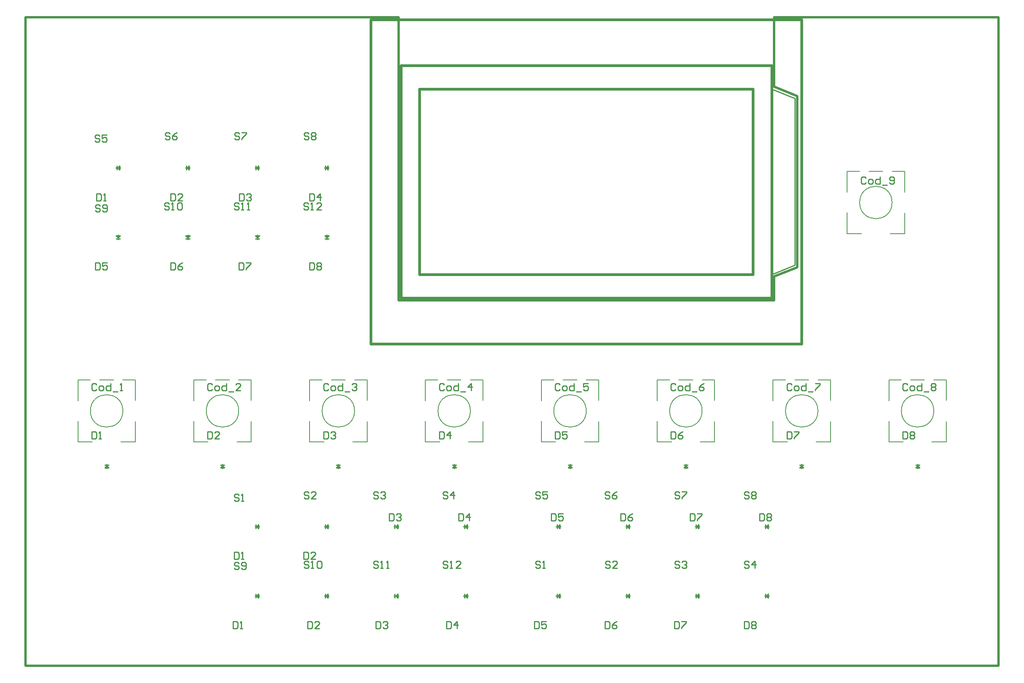
<source format=gto>
%FSLAX25Y25*%
%MOIN*%
G70*
G01*
G75*
%ADD10C,0.01181*%
%ADD11C,0.03937*%
%ADD12C,0.01575*%
%ADD13C,0.00787*%
%ADD14C,0.02756*%
%ADD15C,0.02953*%
%ADD16C,0.01000*%
%ADD17C,0.01969*%
%ADD18C,0.03937*%
%ADD19C,0.01575*%
%ADD20C,0.11811*%
%ADD21C,0.15748*%
%ADD22C,0.06299*%
%ADD23C,0.04724*%
%ADD24C,0.05906*%
%ADD25R,0.05906X0.05906*%
%ADD26C,0.07874*%
%ADD27R,0.11024X0.14173*%
%ADD28C,0.02756*%
%ADD29R,0.06693X0.04921*%
%ADD30R,0.04803X0.03583*%
%ADD31R,0.03583X0.04803*%
%ADD32R,0.06575X0.06496*%
%ADD33R,0.06496X0.06575*%
%ADD34R,0.13386X0.06890*%
%ADD35R,0.06890X0.13386*%
%ADD36R,0.04921X0.06693*%
%ADD37R,0.07874X0.02362*%
%ADD38O,0.07874X0.02362*%
%ADD39R,0.07874X0.21654*%
%ADD40R,0.02756X0.09843*%
%ADD41R,0.02559X0.13780*%
%ADD42R,0.04331X0.14921*%
%ADD43R,0.10630X0.11811*%
%ADD44R,0.03937X0.01181*%
%ADD45O,0.03937X0.01181*%
%ADD46R,0.06299X0.06299*%
%ADD47R,0.04331X0.06299*%
%ADD48O,0.02362X0.07874*%
%ADD49R,0.02362X0.07874*%
%ADD50R,0.06299X0.12598*%
%ADD51R,0.33465X0.41732*%
%ADD52R,0.13386X0.03937*%
%ADD53C,0.02362*%
D13*
X82677Y216536D02*
G03*
X82677Y216536I-13780J0D01*
G01*
X181102D02*
G03*
X181102Y216536I-13780J0D01*
G01*
X279528D02*
G03*
X279528Y216536I-13780J0D01*
G01*
X377953D02*
G03*
X377953Y216536I-13780J0D01*
G01*
X476378D02*
G03*
X476378Y216536I-13780J0D01*
G01*
X574803D02*
G03*
X574803Y216536I-13780J0D01*
G01*
X673228D02*
G03*
X673228Y216536I-13780J0D01*
G01*
X771654D02*
G03*
X771654Y216536I-13780J0D01*
G01*
X736221Y393701D02*
G03*
X736221Y393701I-13780J0D01*
G01*
X62992Y242914D02*
X74803D01*
X93307Y190158D02*
Y207677D01*
X81102Y190158D02*
X93307D01*
Y225394D02*
Y242914D01*
X82677D02*
X93307D01*
X44488D02*
X55118D01*
X44488Y225295D02*
Y242914D01*
Y190158D02*
X56693D01*
X44488D02*
Y207874D01*
X161417Y242914D02*
X173228D01*
X191732Y190158D02*
Y207677D01*
X179528Y190158D02*
X191732D01*
Y225394D02*
Y242914D01*
X181102D02*
X191732D01*
X142913D02*
X153543D01*
X142913Y225295D02*
Y242914D01*
Y190158D02*
X155118D01*
X142913D02*
Y207874D01*
X259843Y242914D02*
X271654D01*
X290158Y190158D02*
Y207677D01*
X277953Y190158D02*
X290158D01*
Y225394D02*
Y242914D01*
X279528D02*
X290158D01*
X241339D02*
X251969D01*
X241339Y225295D02*
Y242914D01*
Y190158D02*
X253543D01*
X241339D02*
Y207874D01*
X358268Y242914D02*
X370079D01*
X388583Y190158D02*
Y207677D01*
X376378Y190158D02*
X388583D01*
Y225394D02*
Y242914D01*
X377953D02*
X388583D01*
X339764D02*
X350394D01*
X339764Y225295D02*
Y242914D01*
Y190158D02*
X351969D01*
X339764D02*
Y207874D01*
X456693Y242914D02*
X468504D01*
X487008Y190158D02*
Y207677D01*
X474803Y190158D02*
X487008D01*
Y225394D02*
Y242914D01*
X476378D02*
X487008D01*
X438189D02*
X448819D01*
X438189Y225295D02*
Y242914D01*
Y190158D02*
X450394D01*
X438189D02*
Y207874D01*
X555118Y242914D02*
X566929D01*
X585433Y190158D02*
Y207677D01*
X573228Y190158D02*
X585433D01*
Y225394D02*
Y242914D01*
X574803D02*
X585433D01*
X536614D02*
X547244D01*
X536614Y225295D02*
Y242914D01*
Y190158D02*
X548819D01*
X536614D02*
Y207874D01*
X653543Y242914D02*
X665354D01*
X683858Y190158D02*
Y207677D01*
X671654Y190158D02*
X683858D01*
Y225394D02*
Y242914D01*
X673228D02*
X683858D01*
X635039D02*
X645669D01*
X635039Y225295D02*
Y242914D01*
Y190158D02*
X647244D01*
X635039D02*
Y207874D01*
X751969Y242914D02*
X763780D01*
X782283Y190158D02*
Y207677D01*
X770079Y190158D02*
X782283D01*
Y225394D02*
Y242914D01*
X771654D02*
X782283D01*
X733465D02*
X744095D01*
X733465Y225295D02*
Y242914D01*
Y190158D02*
X745669D01*
X733465D02*
Y207874D01*
X716536Y420079D02*
X728346D01*
X746850Y367323D02*
Y384843D01*
X734646Y367323D02*
X746850D01*
Y402559D02*
Y420079D01*
X736221D02*
X746850D01*
X698032D02*
X708662D01*
X698032Y402461D02*
Y420079D01*
Y367323D02*
X710236D01*
X698032D02*
Y385040D01*
D16*
X756201Y168110D02*
X757874Y169784D01*
X756201Y168110D02*
X759547D01*
X757874Y169784D02*
X759547Y168110D01*
X757874Y167421D02*
Y171260D01*
X756201Y170473D02*
X759547D01*
X255906Y363681D02*
X257579Y365354D01*
X254232D02*
X257579D01*
X254232D02*
X255906Y363681D01*
Y362205D02*
Y366043D01*
X254232Y362992D02*
X257579D01*
X629429Y59055D02*
X631102Y57382D01*
Y60729D01*
X629429Y59055D02*
X631102Y60729D01*
X627953Y59055D02*
X631791D01*
X628740Y57382D02*
Y60729D01*
X629429Y118110D02*
X631102Y116437D01*
Y119784D01*
X629429Y118110D02*
X631102Y119784D01*
X627953Y118110D02*
X631791D01*
X628740Y116437D02*
Y119784D01*
X657776Y168110D02*
X659449Y169784D01*
X657776Y168110D02*
X661122D01*
X659449Y169784D02*
X661122Y168110D01*
X659449Y167421D02*
Y171260D01*
X657776Y170473D02*
X661122D01*
X196851Y363681D02*
X198524Y365354D01*
X195177D02*
X198524D01*
X195177D02*
X196851Y363681D01*
Y362205D02*
Y366043D01*
X195177Y362992D02*
X198524D01*
X570374Y59055D02*
X572047Y57382D01*
Y60729D01*
X570374Y59055D02*
X572047Y60729D01*
X568898Y59055D02*
X572736D01*
X569685Y57382D02*
Y60729D01*
X570374Y118110D02*
X572047Y116437D01*
Y119784D01*
X570374Y118110D02*
X572047Y119784D01*
X568898Y118110D02*
X572736D01*
X569685Y116437D02*
Y119784D01*
X559350Y168110D02*
X561024Y169784D01*
X559350Y168110D02*
X562697D01*
X561024Y169784D02*
X562697Y168110D01*
X561024Y167421D02*
Y171260D01*
X559350Y170473D02*
X562697D01*
X137795Y363681D02*
X139469Y365354D01*
X136122D02*
X139469D01*
X136122D02*
X137795Y363681D01*
Y362205D02*
Y366043D01*
X136122Y362992D02*
X139469D01*
X511319Y59055D02*
X512992Y57382D01*
Y60729D01*
X511319Y59055D02*
X512992Y60729D01*
X509843Y59055D02*
X513681D01*
X510630Y57382D02*
Y60729D01*
X511319Y118110D02*
X512992Y116437D01*
Y119784D01*
X511319Y118110D02*
X512992Y119784D01*
X509843Y118110D02*
X513681D01*
X510630Y116437D02*
Y119784D01*
X460925Y168110D02*
X462599Y169784D01*
X460925Y168110D02*
X464272D01*
X462599Y169784D02*
X464272Y168110D01*
X462599Y167421D02*
Y171260D01*
X460925Y170473D02*
X464272D01*
X78740Y363681D02*
X80414Y365354D01*
X77067D02*
X80414D01*
X77067D02*
X78740Y363681D01*
Y362205D02*
Y366043D01*
X77067Y362992D02*
X80414D01*
X452264Y59055D02*
X453937Y57382D01*
Y60729D01*
X452264Y59055D02*
X453937Y60729D01*
X450787Y59055D02*
X454626D01*
X451575Y57382D02*
Y60729D01*
X452264Y118110D02*
X453937Y116437D01*
Y119784D01*
X452264Y118110D02*
X453937Y119784D01*
X450787Y118110D02*
X454626D01*
X451575Y116437D02*
Y119784D01*
X362500Y168110D02*
X364173Y169784D01*
X362500Y168110D02*
X365846D01*
X364173Y169784D02*
X365846Y168110D01*
X364173Y167421D02*
Y171260D01*
X362500Y170473D02*
X365846D01*
X255414Y423229D02*
X257087Y421555D01*
Y424902D01*
X255414Y423229D02*
X257087Y424902D01*
X253937Y423229D02*
X257776D01*
X254725Y421555D02*
Y424902D01*
X373524Y59055D02*
X375197Y57382D01*
Y60729D01*
X373524Y59055D02*
X375197Y60729D01*
X372047Y59055D02*
X375886D01*
X372835Y57382D02*
Y60729D01*
X373524Y118110D02*
X375197Y116437D01*
Y119784D01*
X373524Y118110D02*
X375197Y119784D01*
X372047Y118110D02*
X375886D01*
X372835Y116437D02*
Y119784D01*
X264075Y168110D02*
X265748Y169784D01*
X264075Y168110D02*
X267421D01*
X265748Y169784D02*
X267421Y168110D01*
X265748Y167421D02*
Y171260D01*
X264075Y170473D02*
X267421D01*
X196358Y423229D02*
X198032Y421555D01*
Y424902D01*
X196358Y423229D02*
X198032Y424902D01*
X194882Y423229D02*
X198721D01*
X195669Y421555D02*
Y424902D01*
X314469Y59055D02*
X316142Y57382D01*
Y60729D01*
X314469Y59055D02*
X316142Y60729D01*
X312992Y59055D02*
X316831D01*
X313780Y57382D02*
Y60729D01*
X314469Y118110D02*
X316142Y116437D01*
Y119784D01*
X314469Y118110D02*
X316142Y119784D01*
X312992Y118110D02*
X316831D01*
X313780Y116437D02*
Y119784D01*
X165650Y168110D02*
X167323Y169784D01*
X165650Y168110D02*
X168996D01*
X167323Y169784D02*
X168996Y168110D01*
X167323Y167421D02*
Y171260D01*
X165650Y170473D02*
X168996D01*
X137303Y423229D02*
X138976Y421555D01*
Y424902D01*
X137303Y423229D02*
X138976Y424902D01*
X135827Y423229D02*
X139665D01*
X136614Y421555D02*
Y424902D01*
X255414Y59055D02*
X257087Y57382D01*
Y60729D01*
X255414Y59055D02*
X257087Y60729D01*
X253937Y59055D02*
X257776D01*
X254725Y57382D02*
Y60729D01*
X255414Y118110D02*
X257087Y116437D01*
Y119784D01*
X255414Y118110D02*
X257087Y119784D01*
X253937Y118110D02*
X257776D01*
X254725Y116437D02*
Y119784D01*
X67225Y168110D02*
X68898Y169784D01*
X67225Y168110D02*
X70571D01*
X68898Y169784D02*
X70571Y168110D01*
X68898Y167421D02*
Y171260D01*
X67225Y170473D02*
X70571D01*
X78248Y423229D02*
X79921Y421555D01*
Y424902D01*
X78248Y423229D02*
X79921Y424902D01*
X76772Y423229D02*
X80610D01*
X77559Y421555D02*
Y424902D01*
X196358Y59055D02*
X198032Y57382D01*
Y60729D01*
X196358Y59055D02*
X198032Y60729D01*
X194882Y59055D02*
X198721D01*
X195669Y57382D02*
Y60729D01*
X196358Y118110D02*
X198032Y116437D01*
Y119784D01*
X196358Y118110D02*
X198032Y119784D01*
X194882Y118110D02*
X198721D01*
X195669Y116437D02*
Y119784D01*
X633858Y490158D02*
X653543Y482283D01*
X633858Y332677D02*
X653543Y340551D01*
Y482283D01*
X633858Y487106D02*
Y488976D01*
X358733Y87948D02*
X357734Y88948D01*
X355734D01*
X354735Y87948D01*
Y86949D01*
X355734Y85949D01*
X357734D01*
X358733Y84949D01*
Y83950D01*
X357734Y82950D01*
X355734D01*
X354735Y83950D01*
X360733Y82950D02*
X362732D01*
X361733D01*
Y88948D01*
X360733Y87948D01*
X369730Y82950D02*
X365731D01*
X369730Y86949D01*
Y87948D01*
X368730Y88948D01*
X366731D01*
X365731Y87948D01*
X299733D02*
X298734Y88948D01*
X296734D01*
X295735Y87948D01*
Y86949D01*
X296734Y85949D01*
X298734D01*
X299733Y84949D01*
Y83950D01*
X298734Y82950D01*
X296734D01*
X295735Y83950D01*
X301733Y82950D02*
X303732D01*
X302732D01*
Y88948D01*
X301733Y87948D01*
X306731Y82950D02*
X308731D01*
X307731D01*
Y88948D01*
X306731Y87948D01*
X240633D02*
X239634Y88948D01*
X237634D01*
X236635Y87948D01*
Y86949D01*
X237634Y85949D01*
X239634D01*
X240633Y84949D01*
Y83950D01*
X239634Y82950D01*
X237634D01*
X236635Y83950D01*
X242633Y82950D02*
X244632D01*
X243633D01*
Y88948D01*
X242633Y87948D01*
X247631D02*
X248631Y88948D01*
X250630D01*
X251630Y87948D01*
Y83950D01*
X250630Y82950D01*
X248631D01*
X247631Y83950D01*
Y87948D01*
X181426Y86888D02*
X180427Y87888D01*
X178427D01*
X177428Y86888D01*
Y85888D01*
X178427Y84889D01*
X180427D01*
X181426Y83889D01*
Y82889D01*
X180427Y81890D01*
X178427D01*
X177428Y82889D01*
X183426D02*
X184425Y81890D01*
X186425D01*
X187424Y82889D01*
Y86888D01*
X186425Y87888D01*
X184425D01*
X183426Y86888D01*
Y85888D01*
X184425Y84889D01*
X187424D01*
X614633Y87948D02*
X613634Y88948D01*
X611634D01*
X610635Y87948D01*
Y86949D01*
X611634Y85949D01*
X613634D01*
X614633Y84949D01*
Y83950D01*
X613634Y82950D01*
X611634D01*
X610635Y83950D01*
X619632Y82950D02*
Y88948D01*
X616633Y85949D01*
X620632D01*
X555633Y87948D02*
X554634Y88948D01*
X552634D01*
X551635Y87948D01*
Y86949D01*
X552634Y85949D01*
X554634D01*
X555633Y84949D01*
Y83950D01*
X554634Y82950D01*
X552634D01*
X551635Y83950D01*
X557633Y87948D02*
X558633Y88948D01*
X560632D01*
X561631Y87948D01*
Y86949D01*
X560632Y85949D01*
X559632D01*
X560632D01*
X561631Y84949D01*
Y83950D01*
X560632Y82950D01*
X558633D01*
X557633Y83950D01*
X496533Y87948D02*
X495534Y88948D01*
X493534D01*
X492535Y87948D01*
Y86949D01*
X493534Y85949D01*
X495534D01*
X496533Y84949D01*
Y83950D01*
X495534Y82950D01*
X493534D01*
X492535Y83950D01*
X502531Y82950D02*
X498533D01*
X502531Y86949D01*
Y87948D01*
X501532Y88948D01*
X499533D01*
X498533Y87948D01*
X437433D02*
X436434Y88948D01*
X434434D01*
X433435Y87948D01*
Y86949D01*
X434434Y85949D01*
X436434D01*
X437433Y84949D01*
Y83950D01*
X436434Y82950D01*
X434434D01*
X433435Y83950D01*
X439433Y82950D02*
X441432D01*
X440433D01*
Y88948D01*
X439433Y87948D01*
X614633Y146948D02*
X613634Y147948D01*
X611634D01*
X610635Y146948D01*
Y145949D01*
X611634Y144949D01*
X613634D01*
X614633Y143949D01*
Y142949D01*
X613634Y141950D01*
X611634D01*
X610635Y142949D01*
X616633Y146948D02*
X617632Y147948D01*
X619632D01*
X620632Y146948D01*
Y145949D01*
X619632Y144949D01*
X620632Y143949D01*
Y142949D01*
X619632Y141950D01*
X617632D01*
X616633Y142949D01*
Y143949D01*
X617632Y144949D01*
X616633Y145949D01*
Y146948D01*
X617632Y144949D02*
X619632D01*
X555633Y146948D02*
X554634Y147948D01*
X552634D01*
X551635Y146948D01*
Y145949D01*
X552634Y144949D01*
X554634D01*
X555633Y143949D01*
Y142949D01*
X554634Y141950D01*
X552634D01*
X551635Y142949D01*
X557633Y147948D02*
X561631D01*
Y146948D01*
X557633Y142949D01*
Y141950D01*
X496333Y146731D02*
X495334Y147730D01*
X493334D01*
X492335Y146731D01*
Y145731D01*
X493334Y144731D01*
X495334D01*
X496333Y143732D01*
Y142732D01*
X495334Y141732D01*
X493334D01*
X492335Y142732D01*
X502331Y147730D02*
X500332Y146731D01*
X498333Y144731D01*
Y142732D01*
X499333Y141732D01*
X501332D01*
X502331Y142732D01*
Y143732D01*
X501332Y144731D01*
X498333D01*
X437433Y146948D02*
X436434Y147948D01*
X434434D01*
X433435Y146948D01*
Y145949D01*
X434434Y144949D01*
X436434D01*
X437433Y143949D01*
Y142949D01*
X436434Y141950D01*
X434434D01*
X433435Y142949D01*
X443432Y147948D02*
X439433D01*
Y144949D01*
X441432Y145949D01*
X442432D01*
X443432Y144949D01*
Y142949D01*
X442432Y141950D01*
X440433D01*
X439433Y142949D01*
X358584Y146731D02*
X357584Y147730D01*
X355585D01*
X354585Y146731D01*
Y145731D01*
X355585Y144731D01*
X357584D01*
X358584Y143732D01*
Y142732D01*
X357584Y141732D01*
X355585D01*
X354585Y142732D01*
X363582Y141732D02*
Y147730D01*
X360583Y144731D01*
X364582D01*
X299733Y146948D02*
X298734Y147948D01*
X296734D01*
X295735Y146948D01*
Y145949D01*
X296734Y144949D01*
X298734D01*
X299733Y143949D01*
Y142949D01*
X298734Y141950D01*
X296734D01*
X295735Y142949D01*
X301733Y146948D02*
X302732Y147948D01*
X304732D01*
X305732Y146948D01*
Y145949D01*
X304732Y144949D01*
X303732D01*
X304732D01*
X305732Y143949D01*
Y142949D01*
X304732Y141950D01*
X302732D01*
X301733Y142949D01*
X240633Y146948D02*
X239634Y147948D01*
X237634D01*
X236635Y146948D01*
Y145949D01*
X237634Y144949D01*
X239634D01*
X240633Y143949D01*
Y142949D01*
X239634Y141950D01*
X237634D01*
X236635Y142949D01*
X246632Y141950D02*
X242633D01*
X246632Y145949D01*
Y146948D01*
X245632Y147948D01*
X243633D01*
X242633Y146948D01*
X181351Y144762D02*
X180352Y145762D01*
X178352D01*
X177353Y144762D01*
Y143763D01*
X178352Y142763D01*
X180352D01*
X181351Y141763D01*
Y140763D01*
X180352Y139764D01*
X178352D01*
X177353Y140763D01*
X183351Y139764D02*
X185350D01*
X184351D01*
Y145762D01*
X183351Y144762D01*
X240433Y392400D02*
X239434Y393400D01*
X237434D01*
X236435Y392400D01*
Y391400D01*
X237434Y390401D01*
X239434D01*
X240433Y389401D01*
Y388401D01*
X239434Y387402D01*
X237434D01*
X236435Y388401D01*
X242433Y387402D02*
X244432D01*
X243432D01*
Y393400D01*
X242433Y392400D01*
X251430Y387402D02*
X247431D01*
X251430Y391400D01*
Y392400D01*
X250430Y393400D01*
X248431D01*
X247431Y392400D01*
X181433D02*
X180434Y393400D01*
X178434D01*
X177435Y392400D01*
Y391400D01*
X178434Y390401D01*
X180434D01*
X181433Y389401D01*
Y388401D01*
X180434Y387402D01*
X178434D01*
X177435Y388401D01*
X183433Y387402D02*
X185432D01*
X184432D01*
Y393400D01*
X183433Y392400D01*
X188431Y387402D02*
X190430D01*
X189431D01*
Y393400D01*
X188431Y392400D01*
X122109D02*
X121109Y393400D01*
X119110D01*
X118110Y392400D01*
Y391400D01*
X119110Y390401D01*
X121109D01*
X122109Y389401D01*
Y388401D01*
X121109Y387402D01*
X119110D01*
X118110Y388401D01*
X124108Y387402D02*
X126108D01*
X125108D01*
Y393400D01*
X124108Y392400D01*
X129107D02*
X130106Y393400D01*
X132106D01*
X133105Y392400D01*
Y388401D01*
X132106Y387402D01*
X130106D01*
X129107Y388401D01*
Y392400D01*
X63321Y390825D02*
X62321Y391825D01*
X60322D01*
X59322Y390825D01*
Y389826D01*
X60322Y388826D01*
X62321D01*
X63321Y387826D01*
Y386826D01*
X62321Y385827D01*
X60322D01*
X59322Y386826D01*
X65320D02*
X66320Y385827D01*
X68319D01*
X69319Y386826D01*
Y390825D01*
X68319Y391825D01*
X66320D01*
X65320Y390825D01*
Y389826D01*
X66320Y388826D01*
X69319D01*
X240633Y452148D02*
X239634Y453148D01*
X237634D01*
X236635Y452148D01*
Y451149D01*
X237634Y450149D01*
X239634D01*
X240633Y449149D01*
Y448149D01*
X239634Y447150D01*
X237634D01*
X236635Y448149D01*
X242633Y452148D02*
X243633Y453148D01*
X245632D01*
X246632Y452148D01*
Y451149D01*
X245632Y450149D01*
X246632Y449149D01*
Y448149D01*
X245632Y447150D01*
X243633D01*
X242633Y448149D01*
Y449149D01*
X243633Y450149D01*
X242633Y451149D01*
Y452148D01*
X243633Y450149D02*
X245632D01*
X181533Y452148D02*
X180534Y453148D01*
X178534D01*
X177535Y452148D01*
Y451149D01*
X178534Y450149D01*
X180534D01*
X181533Y449149D01*
Y448149D01*
X180534Y447150D01*
X178534D01*
X177535Y448149D01*
X183533Y453148D02*
X187531D01*
Y452148D01*
X183533Y448149D01*
Y447150D01*
X122533Y452148D02*
X121534Y453148D01*
X119534D01*
X118535Y452148D01*
Y451149D01*
X119534Y450149D01*
X121534D01*
X122533Y449149D01*
Y448149D01*
X121534Y447150D01*
X119534D01*
X118535Y448149D01*
X128532Y453148D02*
X126532Y452148D01*
X124533Y450149D01*
Y448149D01*
X125532Y447150D01*
X127532D01*
X128532Y448149D01*
Y449149D01*
X127532Y450149D01*
X124533D01*
X63054Y450274D02*
X62054Y451274D01*
X60055D01*
X59055Y450274D01*
Y449274D01*
X60055Y448275D01*
X62054D01*
X63054Y447275D01*
Y446275D01*
X62054Y445276D01*
X60055D01*
X59055Y446275D01*
X69052Y451274D02*
X65053D01*
Y448275D01*
X67053Y449274D01*
X68052D01*
X69052Y448275D01*
Y446275D01*
X68052Y445276D01*
X66053D01*
X65053Y446275D01*
X60322Y401274D02*
Y395276D01*
X63321D01*
X64320Y396275D01*
Y400274D01*
X63321Y401274D01*
X60322D01*
X66320Y395276D02*
X68319D01*
X67320D01*
Y401274D01*
X66320Y400274D01*
X60298Y238857D02*
X59298Y239856D01*
X57299D01*
X56299Y238857D01*
Y234858D01*
X57299Y233858D01*
X59298D01*
X60298Y234858D01*
X63297Y233858D02*
X65296D01*
X66296Y234858D01*
Y236857D01*
X65296Y237857D01*
X63297D01*
X62297Y236857D01*
Y234858D01*
X63297Y233858D01*
X72294Y239856D02*
Y233858D01*
X69295D01*
X68295Y234858D01*
Y236857D01*
X69295Y237857D01*
X72294D01*
X74294Y232859D02*
X78292D01*
X80291Y233858D02*
X82291D01*
X81291D01*
Y239856D01*
X80291Y238857D01*
X158723D02*
X157723Y239856D01*
X155724D01*
X154725Y238857D01*
Y234858D01*
X155724Y233858D01*
X157723D01*
X158723Y234858D01*
X161722Y233858D02*
X163722D01*
X164721Y234858D01*
Y236857D01*
X163722Y237857D01*
X161722D01*
X160722Y236857D01*
Y234858D01*
X161722Y233858D01*
X170719Y239856D02*
Y233858D01*
X167720D01*
X166721Y234858D01*
Y236857D01*
X167720Y237857D01*
X170719D01*
X172719Y232859D02*
X176717D01*
X182715Y233858D02*
X178717D01*
X182715Y237857D01*
Y238857D01*
X181716Y239856D01*
X179716D01*
X178717Y238857D01*
X257148D02*
X256149Y239856D01*
X254149D01*
X253150Y238857D01*
Y234858D01*
X254149Y233858D01*
X256149D01*
X257148Y234858D01*
X260147Y233858D02*
X262147D01*
X263146Y234858D01*
Y236857D01*
X262147Y237857D01*
X260147D01*
X259148Y236857D01*
Y234858D01*
X260147Y233858D01*
X269145Y239856D02*
Y233858D01*
X266145D01*
X265146Y234858D01*
Y236857D01*
X266145Y237857D01*
X269145D01*
X271144Y232859D02*
X275143D01*
X277142Y238857D02*
X278142Y239856D01*
X280141D01*
X281141Y238857D01*
Y237857D01*
X280141Y236857D01*
X279141D01*
X280141D01*
X281141Y235858D01*
Y234858D01*
X280141Y233858D01*
X278142D01*
X277142Y234858D01*
X355574Y238857D02*
X354574Y239856D01*
X352574D01*
X351575Y238857D01*
Y234858D01*
X352574Y233858D01*
X354574D01*
X355574Y234858D01*
X358573Y233858D02*
X360572D01*
X361572Y234858D01*
Y236857D01*
X360572Y237857D01*
X358573D01*
X357573Y236857D01*
Y234858D01*
X358573Y233858D01*
X367570Y239856D02*
Y233858D01*
X364571D01*
X363571Y234858D01*
Y236857D01*
X364571Y237857D01*
X367570D01*
X369569Y232859D02*
X373568D01*
X378566Y233858D02*
Y239856D01*
X375567Y236857D01*
X379566D01*
X453999Y238857D02*
X452999Y239856D01*
X451000D01*
X450000Y238857D01*
Y234858D01*
X451000Y233858D01*
X452999D01*
X453999Y234858D01*
X456998Y233858D02*
X458997D01*
X459997Y234858D01*
Y236857D01*
X458997Y237857D01*
X456998D01*
X455998Y236857D01*
Y234858D01*
X456998Y233858D01*
X465995Y239856D02*
Y233858D01*
X462996D01*
X461996Y234858D01*
Y236857D01*
X462996Y237857D01*
X465995D01*
X467994Y232859D02*
X471993D01*
X477991Y239856D02*
X473992D01*
Y236857D01*
X475992Y237857D01*
X476991D01*
X477991Y236857D01*
Y234858D01*
X476991Y233858D01*
X474992D01*
X473992Y234858D01*
X552424Y238857D02*
X551424Y239856D01*
X549425D01*
X548425Y238857D01*
Y234858D01*
X549425Y233858D01*
X551424D01*
X552424Y234858D01*
X555423Y233858D02*
X557422D01*
X558422Y234858D01*
Y236857D01*
X557422Y237857D01*
X555423D01*
X554423Y236857D01*
Y234858D01*
X555423Y233858D01*
X564420Y239856D02*
Y233858D01*
X561421D01*
X560421Y234858D01*
Y236857D01*
X561421Y237857D01*
X564420D01*
X566419Y232859D02*
X570418D01*
X576416Y239856D02*
X574417Y238857D01*
X572417Y236857D01*
Y234858D01*
X573417Y233858D01*
X575417D01*
X576416Y234858D01*
Y235858D01*
X575417Y236857D01*
X572417D01*
X650849Y238857D02*
X649850Y239856D01*
X647850D01*
X646850Y238857D01*
Y234858D01*
X647850Y233858D01*
X649850D01*
X650849Y234858D01*
X653848Y233858D02*
X655848D01*
X656847Y234858D01*
Y236857D01*
X655848Y237857D01*
X653848D01*
X652848Y236857D01*
Y234858D01*
X653848Y233858D01*
X662845Y239856D02*
Y233858D01*
X659846D01*
X658847Y234858D01*
Y236857D01*
X659846Y237857D01*
X662845D01*
X664845Y232859D02*
X668843D01*
X670843Y239856D02*
X674841D01*
Y238857D01*
X670843Y234858D01*
Y233858D01*
X749274Y238857D02*
X748275Y239856D01*
X746275D01*
X745276Y238857D01*
Y234858D01*
X746275Y233858D01*
X748275D01*
X749274Y234858D01*
X752273Y233858D02*
X754273D01*
X755272Y234858D01*
Y236857D01*
X754273Y237857D01*
X752273D01*
X751274Y236857D01*
Y234858D01*
X752273Y233858D01*
X761271Y239856D02*
Y233858D01*
X758272D01*
X757272Y234858D01*
Y236857D01*
X758272Y237857D01*
X761271D01*
X763270Y232859D02*
X767269D01*
X769268Y238857D02*
X770268Y239856D01*
X772267D01*
X773267Y238857D01*
Y237857D01*
X772267Y236857D01*
X773267Y235858D01*
Y234858D01*
X772267Y233858D01*
X770268D01*
X769268Y234858D01*
Y235858D01*
X770268Y236857D01*
X769268Y237857D01*
Y238857D01*
X770268Y236857D02*
X772267D01*
X713841Y414447D02*
X712842Y415447D01*
X710842D01*
X709843Y414447D01*
Y410449D01*
X710842Y409449D01*
X712842D01*
X713841Y410449D01*
X716840Y409449D02*
X718840D01*
X719839Y410449D01*
Y412448D01*
X718840Y413448D01*
X716840D01*
X715841Y412448D01*
Y410449D01*
X716840Y409449D01*
X725837Y415447D02*
Y409449D01*
X722838D01*
X721839Y410449D01*
Y412448D01*
X722838Y413448D01*
X725837D01*
X727837Y408449D02*
X731836D01*
X733835Y410449D02*
X734834Y409449D01*
X736834D01*
X737833Y410449D01*
Y414447D01*
X736834Y415447D01*
X734834D01*
X733835Y414447D01*
Y413448D01*
X734834Y412448D01*
X737833D01*
X177353Y96549D02*
Y90551D01*
X180352D01*
X181351Y91551D01*
Y95550D01*
X180352Y96549D01*
X177353D01*
X183351Y90551D02*
X185350D01*
X184351D01*
Y96549D01*
X183351Y95550D01*
X176428Y37494D02*
Y31496D01*
X179427D01*
X180427Y32496D01*
Y36494D01*
X179427Y37494D01*
X176428D01*
X182426Y31496D02*
X184425D01*
X183426D01*
Y37494D01*
X182426Y36494D01*
X56299Y198911D02*
Y192913D01*
X59298D01*
X60298Y193913D01*
Y197912D01*
X59298Y198911D01*
X56299D01*
X62297Y192913D02*
X64297D01*
X63297D01*
Y198911D01*
X62297Y197912D01*
X236428Y96549D02*
Y90551D01*
X239427D01*
X240426Y91551D01*
Y95550D01*
X239427Y96549D01*
X236428D01*
X246424Y90551D02*
X242426D01*
X246424Y94550D01*
Y95550D01*
X245425Y96549D01*
X243425D01*
X242426Y95550D01*
X239497Y37494D02*
Y31496D01*
X242496D01*
X243495Y32496D01*
Y36494D01*
X242496Y37494D01*
X239497D01*
X249494Y31496D02*
X245495D01*
X249494Y35495D01*
Y36494D01*
X248494Y37494D01*
X246495D01*
X245495Y36494D01*
X123228Y401274D02*
Y395276D01*
X126227D01*
X127227Y396275D01*
Y400274D01*
X126227Y401274D01*
X123228D01*
X133225Y395276D02*
X129226D01*
X133225Y399274D01*
Y400274D01*
X132225Y401274D01*
X130226D01*
X129226Y400274D01*
X154725Y198911D02*
Y192913D01*
X157723D01*
X158723Y193913D01*
Y197912D01*
X157723Y198911D01*
X154725D01*
X164721Y192913D02*
X160722D01*
X164721Y196912D01*
Y197912D01*
X163722Y198911D01*
X161722D01*
X160722Y197912D01*
X308835Y129248D02*
Y123250D01*
X311834D01*
X312833Y124249D01*
Y128248D01*
X311834Y129248D01*
X308835D01*
X314833Y128248D02*
X315832Y129248D01*
X317832D01*
X318831Y128248D01*
Y127249D01*
X317832Y126249D01*
X316832D01*
X317832D01*
X318831Y125249D01*
Y124249D01*
X317832Y123250D01*
X315832D01*
X314833Y124249D01*
X297528Y37494D02*
Y31496D01*
X300527D01*
X301526Y32496D01*
Y36494D01*
X300527Y37494D01*
X297528D01*
X303526Y36494D02*
X304525Y37494D01*
X306525D01*
X307524Y36494D01*
Y35495D01*
X306525Y34495D01*
X305525D01*
X306525D01*
X307524Y33495D01*
Y32496D01*
X306525Y31496D01*
X304525D01*
X303526Y32496D01*
X181496Y401274D02*
Y395276D01*
X184495D01*
X185495Y396275D01*
Y400274D01*
X184495Y401274D01*
X181496D01*
X187494Y400274D02*
X188494Y401274D01*
X190493D01*
X191493Y400274D01*
Y399274D01*
X190493Y398275D01*
X189494D01*
X190493D01*
X191493Y397275D01*
Y396275D01*
X190493Y395276D01*
X188494D01*
X187494Y396275D01*
X253150Y198911D02*
Y192913D01*
X256149D01*
X257148Y193913D01*
Y197912D01*
X256149Y198911D01*
X253150D01*
X259148Y197912D02*
X260147Y198911D01*
X262147D01*
X263146Y197912D01*
Y196912D01*
X262147Y195912D01*
X261147D01*
X262147D01*
X263146Y194913D01*
Y193913D01*
X262147Y192913D01*
X260147D01*
X259148Y193913D01*
X367835Y129248D02*
Y123250D01*
X370834D01*
X371833Y124249D01*
Y128248D01*
X370834Y129248D01*
X367835D01*
X376832Y123250D02*
Y129248D01*
X373833Y126249D01*
X377832D01*
X357559Y37494D02*
Y31496D01*
X360558D01*
X361558Y32496D01*
Y36494D01*
X360558Y37494D01*
X357559D01*
X366556Y31496D02*
Y37494D01*
X363557Y34495D01*
X367556D01*
X241339Y401274D02*
Y395276D01*
X244338D01*
X245337Y396275D01*
Y400274D01*
X244338Y401274D01*
X241339D01*
X250336Y395276D02*
Y401274D01*
X247337Y398275D01*
X251335D01*
X351575Y198911D02*
Y192913D01*
X354574D01*
X355574Y193913D01*
Y197912D01*
X354574Y198911D01*
X351575D01*
X360572Y192913D02*
Y198911D01*
X357573Y195912D01*
X361572D01*
X446535Y129248D02*
Y123250D01*
X449534D01*
X450533Y124249D01*
Y128248D01*
X449534Y129248D01*
X446535D01*
X456531D02*
X452533D01*
Y126249D01*
X454532Y127249D01*
X455532D01*
X456531Y126249D01*
Y124249D01*
X455532Y123250D01*
X453533D01*
X452533Y124249D01*
X432354Y37494D02*
Y31496D01*
X435353D01*
X436353Y32496D01*
Y36494D01*
X435353Y37494D01*
X432354D01*
X442351D02*
X438352D01*
Y34495D01*
X440351Y35495D01*
X441351D01*
X442351Y34495D01*
Y32496D01*
X441351Y31496D01*
X439352D01*
X438352Y32496D01*
X59322Y342612D02*
Y336614D01*
X62321D01*
X63321Y337614D01*
Y341613D01*
X62321Y342612D01*
X59322D01*
X69319D02*
X65320D01*
Y339613D01*
X67320Y340613D01*
X68319D01*
X69319Y339613D01*
Y337614D01*
X68319Y336614D01*
X66320D01*
X65320Y337614D01*
X450000Y198911D02*
Y192913D01*
X452999D01*
X453999Y193913D01*
Y197912D01*
X452999Y198911D01*
X450000D01*
X459997D02*
X455998D01*
Y195912D01*
X457998Y196912D01*
X458997D01*
X459997Y195912D01*
Y193913D01*
X458997Y192913D01*
X456998D01*
X455998Y193913D01*
X505635Y129248D02*
Y123250D01*
X508634D01*
X509633Y124249D01*
Y128248D01*
X508634Y129248D01*
X505635D01*
X515631D02*
X513632Y128248D01*
X511633Y126249D01*
Y124249D01*
X512633Y123250D01*
X514632D01*
X515631Y124249D01*
Y125249D01*
X514632Y126249D01*
X511633D01*
X492370Y37494D02*
Y31496D01*
X495369D01*
X496369Y32496D01*
Y36494D01*
X495369Y37494D01*
X492370D01*
X502367D02*
X500368Y36494D01*
X498368Y34495D01*
Y32496D01*
X499368Y31496D01*
X501367D01*
X502367Y32496D01*
Y33495D01*
X501367Y34495D01*
X498368D01*
X123333Y342612D02*
Y336614D01*
X126332D01*
X127332Y337614D01*
Y341613D01*
X126332Y342612D01*
X123333D01*
X133330D02*
X131331Y341613D01*
X129331Y339613D01*
Y337614D01*
X130331Y336614D01*
X132330D01*
X133330Y337614D01*
Y338614D01*
X132330Y339613D01*
X129331D01*
X548425Y198911D02*
Y192913D01*
X551424D01*
X552424Y193913D01*
Y197912D01*
X551424Y198911D01*
X548425D01*
X558422D02*
X556423Y197912D01*
X554423Y195912D01*
Y193913D01*
X555423Y192913D01*
X557422D01*
X558422Y193913D01*
Y194913D01*
X557422Y195912D01*
X554423D01*
X564735Y129248D02*
Y123250D01*
X567734D01*
X568733Y124249D01*
Y128248D01*
X567734Y129248D01*
X564735D01*
X570733D02*
X574731D01*
Y128248D01*
X570733Y124249D01*
Y123250D01*
X551403Y37494D02*
Y31496D01*
X554402D01*
X555402Y32496D01*
Y36494D01*
X554402Y37494D01*
X551403D01*
X557401D02*
X561400D01*
Y36494D01*
X557401Y32496D01*
Y31496D01*
X181433Y342612D02*
Y336614D01*
X184432D01*
X185432Y337614D01*
Y341613D01*
X184432Y342612D01*
X181433D01*
X187432D02*
X191430D01*
Y341613D01*
X187432Y337614D01*
Y336614D01*
X646850Y198911D02*
Y192913D01*
X649849D01*
X650849Y193913D01*
Y197912D01*
X649849Y198911D01*
X646850D01*
X652848D02*
X656847D01*
Y197912D01*
X652848Y193913D01*
Y192913D01*
X623735Y129248D02*
Y123250D01*
X626734D01*
X627733Y124249D01*
Y128248D01*
X626734Y129248D01*
X623735D01*
X629733Y128248D02*
X630732Y129248D01*
X632732D01*
X633732Y128248D01*
Y127249D01*
X632732Y126249D01*
X633732Y125249D01*
Y124249D01*
X632732Y123250D01*
X630732D01*
X629733Y124249D01*
Y125249D01*
X630732Y126249D01*
X629733Y127249D01*
Y128248D01*
X630732Y126249D02*
X632732D01*
X610513Y37494D02*
Y31496D01*
X613513D01*
X614512Y32496D01*
Y36494D01*
X613513Y37494D01*
X610513D01*
X616511Y36494D02*
X617511Y37494D01*
X619511D01*
X620510Y36494D01*
Y35495D01*
X619511Y34495D01*
X620510Y33495D01*
Y32496D01*
X619511Y31496D01*
X617511D01*
X616511Y32496D01*
Y33495D01*
X617511Y34495D01*
X616511Y35495D01*
Y36494D01*
X617511Y34495D02*
X619511D01*
X241433Y342612D02*
Y336614D01*
X244432D01*
X245432Y337614D01*
Y341613D01*
X244432Y342612D01*
X241433D01*
X247431Y341613D02*
X248431Y342612D01*
X250430D01*
X251430Y341613D01*
Y340613D01*
X250430Y339613D01*
X251430Y338614D01*
Y337614D01*
X250430Y336614D01*
X248431D01*
X247431Y337614D01*
Y338614D01*
X248431Y339613D01*
X247431Y340613D01*
Y341613D01*
X248431Y339613D02*
X250430D01*
X745276Y198911D02*
Y192913D01*
X748275D01*
X749274Y193913D01*
Y197912D01*
X748275Y198911D01*
X745276D01*
X751274Y197912D02*
X752273Y198911D01*
X754273D01*
X755272Y197912D01*
Y196912D01*
X754273Y195912D01*
X755272Y194913D01*
Y193913D01*
X754273Y192913D01*
X752273D01*
X751274Y193913D01*
Y194913D01*
X752273Y195912D01*
X751274Y196912D01*
Y197912D01*
X752273Y195912D02*
X754273D01*
D17*
X-0Y551181D02*
X-0D01*
Y0D02*
Y551181D01*
Y0D02*
X826772D01*
Y551181D01*
X635827D02*
X826772D01*
X635827Y492126D02*
Y551181D01*
X316929Y310630D02*
X635827D01*
X316929D02*
X316929D01*
X316929D02*
Y551181D01*
X-0Y551181D02*
X316929D01*
X655512Y338583D02*
Y484252D01*
X635827Y492126D02*
X655512Y484252D01*
X635827Y310630D02*
Y330709D01*
X635827Y330709D02*
X655512Y338583D01*
D53*
X293307Y549213D02*
X659449D01*
Y273622D02*
Y549213D01*
X293307Y273622D02*
X659449D01*
X293307D02*
Y549213D01*
X366535Y510236D02*
X633858D01*
Y312598D02*
Y510236D01*
X318898Y312598D02*
X633858D01*
X318898D02*
Y510236D01*
X366535D01*
X334646Y490158D02*
X618110D01*
X334646Y332677D02*
Y490158D01*
X618110Y332677D02*
Y490158D01*
X334646Y332677D02*
X618110D01*
M02*

</source>
